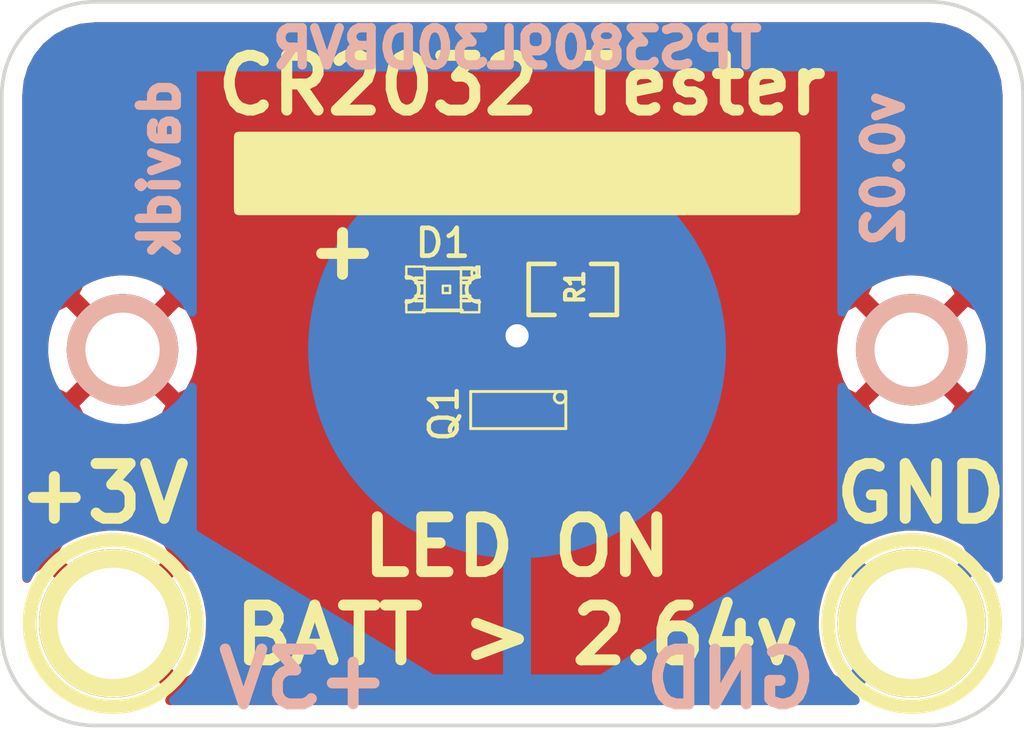
<source format=kicad_pcb>
(kicad_pcb (version 3) (host pcbnew "(2013-june-11)-stable")

  (general
    (links 8)
    (no_connects 0)
    (area 131.521999 140.157999 159.562001 160.909)
    (thickness 1.6)
    (drawings 18)
    (tracks 13)
    (zones 0)
    (modules 6)
    (nets 5)
  )

  (page A3)
  (layers
    (15 F.Cu signal)
    (0 B.Cu signal)
    (16 B.Adhes user)
    (17 F.Adhes user)
    (18 B.Paste user)
    (19 F.Paste user)
    (20 B.SilkS user)
    (21 F.SilkS user)
    (22 B.Mask user)
    (23 F.Mask user)
    (24 Dwgs.User user)
    (25 Cmts.User user)
    (26 Eco1.User user)
    (27 Eco2.User user)
    (28 Edge.Cuts user)
  )

  (setup
    (last_trace_width 0.254)
    (user_trace_width 0.762)
    (trace_clearance 0.254)
    (zone_clearance 0.508)
    (zone_45_only no)
    (trace_min 0.254)
    (segment_width 0.2)
    (edge_width 0.1)
    (via_size 0.889)
    (via_drill 0.635)
    (via_min_size 0.889)
    (via_min_drill 0.508)
    (uvia_size 0.508)
    (uvia_drill 0.127)
    (uvias_allowed no)
    (uvia_min_size 0.508)
    (uvia_min_drill 0.127)
    (pcb_text_width 0.3)
    (pcb_text_size 1.5 1.5)
    (mod_edge_width 0.15)
    (mod_text_size 1 1)
    (mod_text_width 0.15)
    (pad_size 11.43 11.43)
    (pad_drill 0)
    (pad_to_mask_clearance 0)
    (aux_axis_origin 0 0)
    (visible_elements 7FFFFFBF)
    (pcbplotparams
      (layerselection 284196865)
      (usegerberextensions true)
      (excludeedgelayer true)
      (linewidth 0.150000)
      (plotframeref false)
      (viasonmask false)
      (mode 1)
      (useauxorigin false)
      (hpglpennumber 1)
      (hpglpenspeed 20)
      (hpglpendiameter 15)
      (hpglpenoverlay 2)
      (psnegative false)
      (psa4output false)
      (plotreference true)
      (plotvalue true)
      (plotothertext true)
      (plotinvisibletext false)
      (padsonsilk false)
      (subtractmaskfromsilk false)
      (outputformat 1)
      (mirror false)
      (drillshape 0)
      (scaleselection 1)
      (outputdirectory gerbers/))
  )

  (net 0 "")
  (net 1 GND)
  (net 2 N-000001)
  (net 3 N-000003)
  (net 4 VCC)

  (net_class Default "This is the default net class."
    (clearance 0.254)
    (trace_width 0.254)
    (via_dia 0.889)
    (via_drill 0.635)
    (uvia_dia 0.508)
    (uvia_drill 0.127)
    (add_net "")
    (add_net GND)
    (add_net N-000001)
    (add_net N-000003)
    (add_net VCC)
  )

  (module SOT23 (layer F.Cu) (tedit 5373A789) (tstamp 536C7B4E)
    (at 145.669 151.384 180)
    (tags SOT23)
    (path /536C7E1D)
    (fp_text reference Q1 (at 1.99898 -0.09906 270) (layer F.SilkS)
      (effects (font (size 0.762 0.762) (thickness 0.11938)))
    )
    (fp_text value TPS3809L30 (at 0.0635 0 180) (layer F.SilkS) hide
      (effects (font (size 0.50038 0.50038) (thickness 0.09906)))
    )
    (fp_circle (center -1.17602 0.35052) (end -1.30048 0.44958) (layer F.SilkS) (width 0.07874))
    (fp_line (start 1.27 -0.508) (end 1.27 0.508) (layer F.SilkS) (width 0.07874))
    (fp_line (start -1.3335 -0.508) (end -1.3335 0.508) (layer F.SilkS) (width 0.07874))
    (fp_line (start 1.27 0.508) (end -1.3335 0.508) (layer F.SilkS) (width 0.07874))
    (fp_line (start -1.3335 -0.508) (end 1.27 -0.508) (layer F.SilkS) (width 0.07874))
    (pad 3 smd rect (at 0 -1.09982 180) (size 0.8001 1.00076)
      (layers F.Cu F.Paste F.Mask)
      (net 4 VCC)
    )
    (pad 2 smd rect (at 0.9525 1.09982 180) (size 0.8001 1.00076)
      (layers F.Cu F.Paste F.Mask)
      (net 3 N-000003)
    )
    (pad 1 smd rect (at -0.9525 1.09982 180) (size 0.8001 1.00076)
      (layers F.Cu F.Paste F.Mask)
      (net 1 GND)
    )
    (model smd\SOT23_3.wrl
      (at (xyz 0 0 0))
      (scale (xyz 0.4 0.4 0.4))
      (rotate (xyz 0 0 180))
    )
  )

  (module SM0603_Resistor (layer F.Cu) (tedit 5373A791) (tstamp 536C7B5A)
    (at 147.193 148.082)
    (path /536C7793)
    (attr smd)
    (fp_text reference R1 (at 0.0635 -0.0635 90) (layer F.SilkS)
      (effects (font (size 0.50038 0.4572) (thickness 0.1143)))
    )
    (fp_text value R (at -1.69926 0 90) (layer F.SilkS) hide
      (effects (font (size 0.508 0.4572) (thickness 0.1143)))
    )
    (fp_line (start -0.50038 -0.6985) (end -1.2065 -0.6985) (layer F.SilkS) (width 0.127))
    (fp_line (start -1.2065 -0.6985) (end -1.2065 0.6985) (layer F.SilkS) (width 0.127))
    (fp_line (start -1.2065 0.6985) (end -0.50038 0.6985) (layer F.SilkS) (width 0.127))
    (fp_line (start 1.2065 -0.6985) (end 0.50038 -0.6985) (layer F.SilkS) (width 0.127))
    (fp_line (start 1.2065 -0.6985) (end 1.2065 0.6985) (layer F.SilkS) (width 0.127))
    (fp_line (start 1.2065 0.6985) (end 0.50038 0.6985) (layer F.SilkS) (width 0.127))
    (pad 1 smd rect (at -0.762 0) (size 0.635 1.143)
      (layers F.Cu F.Paste F.Mask)
      (net 2 N-000001)
    )
    (pad 2 smd rect (at 0.762 0) (size 0.635 1.143)
      (layers F.Cu F.Paste F.Mask)
      (net 1 GND)
    )
    (model smd\resistors\R0603.wrl
      (at (xyz 0 0 0.001))
      (scale (xyz 0.5 0.5 0.5))
      (rotate (xyz 0 0 0))
    )
  )

  (module LED-0805 (layer F.Cu) (tedit 5373A79B) (tstamp 536C7B95)
    (at 143.637 148.082)
    (descr "LED 0805 smd package")
    (tags "LED 0805 SMD")
    (path /536C7784)
    (attr smd)
    (fp_text reference D1 (at 0 -1.27) (layer F.SilkS)
      (effects (font (size 0.762 0.762) (thickness 0.127)))
    )
    (fp_text value LED (at 0 1.27) (layer F.SilkS) hide
      (effects (font (size 0.762 0.762) (thickness 0.127)))
    )
    (fp_line (start 0.49784 0.29972) (end 0.49784 0.62484) (layer F.SilkS) (width 0.06604))
    (fp_line (start 0.49784 0.62484) (end 0.99822 0.62484) (layer F.SilkS) (width 0.06604))
    (fp_line (start 0.99822 0.29972) (end 0.99822 0.62484) (layer F.SilkS) (width 0.06604))
    (fp_line (start 0.49784 0.29972) (end 0.99822 0.29972) (layer F.SilkS) (width 0.06604))
    (fp_line (start 0.49784 -0.32258) (end 0.49784 -0.17272) (layer F.SilkS) (width 0.06604))
    (fp_line (start 0.49784 -0.17272) (end 0.7493 -0.17272) (layer F.SilkS) (width 0.06604))
    (fp_line (start 0.7493 -0.32258) (end 0.7493 -0.17272) (layer F.SilkS) (width 0.06604))
    (fp_line (start 0.49784 -0.32258) (end 0.7493 -0.32258) (layer F.SilkS) (width 0.06604))
    (fp_line (start 0.49784 0.17272) (end 0.49784 0.32258) (layer F.SilkS) (width 0.06604))
    (fp_line (start 0.49784 0.32258) (end 0.7493 0.32258) (layer F.SilkS) (width 0.06604))
    (fp_line (start 0.7493 0.17272) (end 0.7493 0.32258) (layer F.SilkS) (width 0.06604))
    (fp_line (start 0.49784 0.17272) (end 0.7493 0.17272) (layer F.SilkS) (width 0.06604))
    (fp_line (start 0.49784 -0.19812) (end 0.49784 0.19812) (layer F.SilkS) (width 0.06604))
    (fp_line (start 0.49784 0.19812) (end 0.6731 0.19812) (layer F.SilkS) (width 0.06604))
    (fp_line (start 0.6731 -0.19812) (end 0.6731 0.19812) (layer F.SilkS) (width 0.06604))
    (fp_line (start 0.49784 -0.19812) (end 0.6731 -0.19812) (layer F.SilkS) (width 0.06604))
    (fp_line (start -0.99822 0.29972) (end -0.99822 0.62484) (layer F.SilkS) (width 0.06604))
    (fp_line (start -0.99822 0.62484) (end -0.49784 0.62484) (layer F.SilkS) (width 0.06604))
    (fp_line (start -0.49784 0.29972) (end -0.49784 0.62484) (layer F.SilkS) (width 0.06604))
    (fp_line (start -0.99822 0.29972) (end -0.49784 0.29972) (layer F.SilkS) (width 0.06604))
    (fp_line (start -0.99822 -0.62484) (end -0.99822 -0.29972) (layer F.SilkS) (width 0.06604))
    (fp_line (start -0.99822 -0.29972) (end -0.49784 -0.29972) (layer F.SilkS) (width 0.06604))
    (fp_line (start -0.49784 -0.62484) (end -0.49784 -0.29972) (layer F.SilkS) (width 0.06604))
    (fp_line (start -0.99822 -0.62484) (end -0.49784 -0.62484) (layer F.SilkS) (width 0.06604))
    (fp_line (start -0.7493 0.17272) (end -0.7493 0.32258) (layer F.SilkS) (width 0.06604))
    (fp_line (start -0.7493 0.32258) (end -0.49784 0.32258) (layer F.SilkS) (width 0.06604))
    (fp_line (start -0.49784 0.17272) (end -0.49784 0.32258) (layer F.SilkS) (width 0.06604))
    (fp_line (start -0.7493 0.17272) (end -0.49784 0.17272) (layer F.SilkS) (width 0.06604))
    (fp_line (start -0.7493 -0.32258) (end -0.7493 -0.17272) (layer F.SilkS) (width 0.06604))
    (fp_line (start -0.7493 -0.17272) (end -0.49784 -0.17272) (layer F.SilkS) (width 0.06604))
    (fp_line (start -0.49784 -0.32258) (end -0.49784 -0.17272) (layer F.SilkS) (width 0.06604))
    (fp_line (start -0.7493 -0.32258) (end -0.49784 -0.32258) (layer F.SilkS) (width 0.06604))
    (fp_line (start -0.6731 -0.19812) (end -0.6731 0.19812) (layer F.SilkS) (width 0.06604))
    (fp_line (start -0.6731 0.19812) (end -0.49784 0.19812) (layer F.SilkS) (width 0.06604))
    (fp_line (start -0.49784 -0.19812) (end -0.49784 0.19812) (layer F.SilkS) (width 0.06604))
    (fp_line (start -0.6731 -0.19812) (end -0.49784 -0.19812) (layer F.SilkS) (width 0.06604))
    (fp_line (start 0 -0.09906) (end 0 0.09906) (layer F.SilkS) (width 0.06604))
    (fp_line (start 0 0.09906) (end 0.19812 0.09906) (layer F.SilkS) (width 0.06604))
    (fp_line (start 0.19812 -0.09906) (end 0.19812 0.09906) (layer F.SilkS) (width 0.06604))
    (fp_line (start 0 -0.09906) (end 0.19812 -0.09906) (layer F.SilkS) (width 0.06604))
    (fp_line (start 0.49784 -0.59944) (end 0.49784 -0.29972) (layer F.SilkS) (width 0.06604))
    (fp_line (start 0.49784 -0.29972) (end 0.79756 -0.29972) (layer F.SilkS) (width 0.06604))
    (fp_line (start 0.79756 -0.59944) (end 0.79756 -0.29972) (layer F.SilkS) (width 0.06604))
    (fp_line (start 0.49784 -0.59944) (end 0.79756 -0.59944) (layer F.SilkS) (width 0.06604))
    (fp_line (start 0.92456 -0.62484) (end 0.92456 -0.39878) (layer F.SilkS) (width 0.06604))
    (fp_line (start 0.92456 -0.39878) (end 0.99822 -0.39878) (layer F.SilkS) (width 0.06604))
    (fp_line (start 0.99822 -0.62484) (end 0.99822 -0.39878) (layer F.SilkS) (width 0.06604))
    (fp_line (start 0.92456 -0.62484) (end 0.99822 -0.62484) (layer F.SilkS) (width 0.06604))
    (fp_line (start 0.52324 0.57404) (end -0.52324 0.57404) (layer F.SilkS) (width 0.1016))
    (fp_line (start -0.49784 -0.57404) (end 0.92456 -0.57404) (layer F.SilkS) (width 0.1016))
    (fp_circle (center 0.84836 -0.44958) (end 0.89916 -0.50038) (layer F.SilkS) (width 0.0508))
    (fp_arc (start 0.99822 0) (end 0.99822 0.34798) (angle 180) (layer F.SilkS) (width 0.1016))
    (fp_arc (start -0.99822 0) (end -0.99822 -0.34798) (angle 180) (layer F.SilkS) (width 0.1016))
    (pad 1 smd rect (at -1.04902 0) (size 1.19888 1.19888)
      (layers F.Cu F.Paste F.Mask)
      (net 3 N-000003)
    )
    (pad 2 smd rect (at 1.04902 0) (size 1.19888 1.19888)
      (layers F.Cu F.Paste F.Mask)
      (net 2 N-000001)
    )
  )

  (module CR2032 (layer B.Cu) (tedit 53859E22) (tstamp 536C7BA2)
    (at 145.669 149.733 180)
    (path /52D73E68)
    (fp_text reference BT1 (at 0.0254 -7.747 180) (layer B.SilkS) hide
      (effects (font (size 1 1) (thickness 0.15)) (justify mirror))
    )
    (fp_text value CR2032 (at -0.0254 8.4328 180) (layer B.SilkS) hide
      (effects (font (size 1 1) (thickness 0.15)) (justify mirror))
    )
    (pad 2 smd circle (at 0 0 180) (size 11.43 11.43)
      (layers B.Cu B.Paste B.Mask)
      (net 1 GND)
    )
    (pad 1 thru_hole circle (at 10.795 0 180) (size 3.048 3.048) (drill 2.032)
      (layers *.Cu *.Mask B.SilkS)
      (net 4 VCC)
    )
    (pad 1 thru_hole circle (at -10.795 0 180) (size 3.048 3.048) (drill 2.032)
      (layers *.Cu *.Mask B.SilkS)
      (net 4 VCC)
    )
  )

  (module 1pin (layer F.Cu) (tedit 53869FD3) (tstamp 53869E87)
    (at 134.62 157.226)
    (descr "module 1 pin (ou trou mecanique de percage)")
    (tags DEV)
    (path /53869E4F)
    (fp_text reference P1 (at 0 -3.048) (layer F.SilkS) hide
      (effects (font (size 1.016 1.016) (thickness 0.254)))
    )
    (fp_text value TST (at 0 2.794) (layer F.SilkS) hide
      (effects (font (size 1.016 1.016) (thickness 0.254)))
    )
    (fp_circle (center 0 0) (end 0 -2.286) (layer F.SilkS) (width 0.381))
    (pad 1 thru_hole circle (at 0 0) (size 4.064 4.064) (drill 3.048)
      (layers *.Cu *.Mask F.SilkS)
      (net 4 VCC)
    )
  )

  (module 1pin (layer F.Cu) (tedit 53869FDA) (tstamp 53869E8D)
    (at 156.464 157.226)
    (descr "module 1 pin (ou trou mecanique de percage)")
    (tags DEV)
    (path /53869E65)
    (fp_text reference P2 (at 0 -3.048) (layer F.SilkS) hide
      (effects (font (size 1.016 1.016) (thickness 0.254)))
    )
    (fp_text value TST (at 0 2.794) (layer F.SilkS) hide
      (effects (font (size 1.016 1.016) (thickness 0.254)))
    )
    (fp_circle (center 0 0) (end 0 -2.286) (layer F.SilkS) (width 0.381))
    (pad 1 thru_hole circle (at 0 0) (size 4.064 4.064) (drill 3.048)
      (layers *.Cu *.Mask F.SilkS)
      (net 1 GND)
    )
  )

  (gr_text v0.02 (at 155.702 144.78 90) (layer B.SilkS)
    (effects (font (size 1.016 1.016) (thickness 0.254)) (justify mirror))
  )
  (gr_text TPS3809L30DBVR (at 145.669 141.478) (layer B.SilkS)
    (effects (font (size 1.016 1.016) (thickness 0.254)) (justify mirror))
  )
  (gr_text +3V (at 139.827 158.75) (layer B.SilkS)
    (effects (font (size 1.5 1.5) (thickness 0.3)) (justify mirror))
  )
  (gr_text GND (at 156.718 153.67) (layer F.SilkS)
    (effects (font (size 1.5 1.5) (thickness 0.3)))
  )
  (gr_text davidk (at 135.89 144.78 90) (layer B.SilkS)
    (effects (font (size 1.016 1.016) (thickness 0.254)) (justify mirror))
  )
  (gr_text + (at 140.8938 146.9898) (layer F.SilkS)
    (effects (font (size 1.5 1.5) (thickness 0.3)))
  )
  (gr_text GND (at 151.511 158.75) (layer B.SilkS)
    (effects (font (size 1.5 1.5) (thickness 0.3)) (justify mirror))
  )
  (gr_text +3V (at 134.366 153.67) (layer F.SilkS)
    (effects (font (size 1.5 1.5) (thickness 0.3)))
  )
  (gr_text "LED ON\nBATT > 2.64v" (at 145.669 156.337) (layer F.SilkS)
    (effects (font (size 1.5 1.5) (thickness 0.3)))
  )
  (gr_text "CR2032 Tester" (at 145.796 142.494) (layer F.SilkS)
    (effects (font (size 1.5 1.5) (thickness 0.3)))
  )
  (gr_line (start 156.972 140.208) (end 134.112 140.208) (angle 90) (layer Edge.Cuts) (width 0.1))
  (gr_line (start 159.512 142.748) (end 159.512 157.48) (angle 90) (layer Edge.Cuts) (width 0.1))
  (gr_arc (start 156.972 142.748) (end 156.972 140.208) (angle 90) (layer Edge.Cuts) (width 0.1))
  (gr_line (start 131.572 157.48) (end 131.572 142.748) (angle 90) (layer Edge.Cuts) (width 0.1))
  (gr_line (start 156.972 160.02) (end 134.112 160.02) (angle 90) (layer Edge.Cuts) (width 0.1))
  (gr_arc (start 156.972 157.48) (end 159.512 157.48) (angle 90) (layer Edge.Cuts) (width 0.1))
  (gr_arc (start 134.112 157.48) (end 134.112 160.02) (angle 90) (layer Edge.Cuts) (width 0.1))
  (gr_arc (start 134.112 142.748) (end 131.572 142.748) (angle 90) (layer Edge.Cuts) (width 0.1))

  (segment (start 145.669 149.479) (end 145.669 158.75) (width 0.762) (layer B.Cu) (net 1))
  (segment (start 145.669 149.352) (end 145.669 149.987) (width 0.254) (layer F.Cu) (net 1))
  (via (at 145.669 149.352) (size 0.889) (layers F.Cu B.Cu) (net 1))
  (segment (start 145.96618 150.28418) (end 146.6215 150.28418) (width 0.254) (layer F.Cu) (net 1) (tstamp 536C8573))
  (segment (start 145.669 149.987) (end 145.96618 150.28418) (width 0.254) (layer F.Cu) (net 1) (tstamp 536C856C))
  (segment (start 146.6215 150.28418) (end 146.60118 150.28418) (width 0.254) (layer F.Cu) (net 1))
  (segment (start 146.6215 150.28418) (end 147.40382 150.28418) (width 0.254) (layer F.Cu) (net 1))
  (segment (start 147.955 149.733) (end 147.955 148.082) (width 0.254) (layer F.Cu) (net 1) (tstamp 536C844D))
  (segment (start 147.40382 150.28418) (end 147.955 149.733) (width 0.254) (layer F.Cu) (net 1) (tstamp 536C8449))
  (segment (start 144.68602 148.082) (end 146.431 148.082) (width 0.254) (layer F.Cu) (net 2))
  (segment (start 142.58798 148.082) (end 142.58798 149.69998) (width 0.254) (layer F.Cu) (net 3))
  (segment (start 143.17218 150.28418) (end 144.7165 150.28418) (width 0.254) (layer F.Cu) (net 3) (tstamp 536C8446))
  (segment (start 142.58798 149.69998) (end 143.17218 150.28418) (width 0.254) (layer F.Cu) (net 3) (tstamp 536C8445))

  (zone (net 0) (net_name "") (layer B.Mask) (tstamp 536C8A92) (hatch edge 0.508)
    (connect_pads (clearance 0.508))
    (min_thickness 0.254)
    (fill (arc_segments 16) (thermal_gap 0.508) (thermal_bridge_width 0.508))
    (polygon
      (pts
        (xy 154.432 154.432) (xy 147.955 158.623) (xy 143.383 158.623) (xy 136.906 154.686) (xy 136.906 142.113)
        (xy 154.432 142.113)
      )
    )
    (filled_polygon
      (pts
        (xy 154.305 154.362909) (xy 147.917495 158.496) (xy 143.41857 158.496) (xy 137.033 154.614575) (xy 137.033 142.24)
        (xy 154.305 142.24) (xy 154.305 154.362909)
      )
    )
  )
  (zone (net 4) (net_name VCC) (layer F.Cu) (tstamp 536CABB3) (hatch edge 0.508)
    (connect_pads (clearance 0.508))
    (min_thickness 0.254)
    (fill (arc_segments 32) (thermal_gap 0.508) (thermal_bridge_width 0.508))
    (polygon
      (pts
        (xy 159.512 160.02) (xy 131.572 160.02) (xy 131.572 140.208) (xy 159.512 140.208)
      )
    )
    (filled_polygon
      (pts
        (xy 158.827 155.963022) (xy 158.633143 155.671243) (xy 158.633143 149.696803) (xy 158.584802 149.27617) (xy 158.455679 148.872938)
        (xy 158.290757 148.562764) (xy 157.97274 148.403865) (xy 157.793135 148.58347) (xy 157.793135 148.22426) (xy 157.634236 147.906243)
        (xy 157.257131 147.713734) (xy 156.849814 147.598137) (xy 156.427803 147.563857) (xy 156.00717 147.612198) (xy 155.603938 147.741321)
        (xy 155.293764 147.906243) (xy 155.134865 148.22426) (xy 156.464 149.553395) (xy 157.793135 148.22426) (xy 157.793135 148.58347)
        (xy 156.643605 149.733) (xy 157.97274 151.062135) (xy 158.290757 150.903236) (xy 158.483266 150.526131) (xy 158.598863 150.118814)
        (xy 158.633143 149.696803) (xy 158.633143 155.671243) (xy 158.540777 155.532222) (xy 158.172235 155.161098) (xy 157.793135 154.905392)
        (xy 157.793135 151.24174) (xy 156.464 149.912605) (xy 156.284395 150.09221) (xy 156.284395 149.733) (xy 154.95526 148.403865)
        (xy 154.637243 148.562764) (xy 154.444734 148.939869) (xy 154.329137 149.347186) (xy 154.294857 149.769197) (xy 154.343198 150.18983)
        (xy 154.472321 150.593062) (xy 154.637243 150.903236) (xy 154.95526 151.062135) (xy 156.284395 149.733) (xy 156.284395 150.09221)
        (xy 155.134865 151.24174) (xy 155.293764 151.559757) (xy 155.670869 151.752266) (xy 156.078186 151.867863) (xy 156.500197 151.902143)
        (xy 156.92083 151.853802) (xy 157.324062 151.724679) (xy 157.634236 151.559757) (xy 157.793135 151.24174) (xy 157.793135 154.905392)
        (xy 157.738627 154.868626) (xy 157.256469 154.665946) (xy 156.744126 154.560777) (xy 156.221113 154.557125) (xy 155.707352 154.655131)
        (xy 155.222411 154.851059) (xy 154.784762 155.137449) (xy 154.411074 155.503391) (xy 154.115582 155.934946) (xy 153.909541 156.415678)
        (xy 153.800797 156.927274) (xy 153.793495 157.450249) (xy 153.887911 157.964682) (xy 154.08045 158.450979) (xy 154.363777 158.890616)
        (xy 154.727101 159.26685) (xy 154.825156 159.335) (xy 148.907946 159.335) (xy 148.907946 148.59567) (xy 148.907527 147.448235)
        (xy 148.883339 147.326077) (xy 148.835884 147.210943) (xy 148.766971 147.10722) (xy 148.679223 147.018857) (xy 148.575983 146.949221)
        (xy 148.461183 146.900963) (xy 148.339197 146.875923) (xy 148.21467 146.875054) (xy 147.575235 146.875473) (xy 147.453077 146.899661)
        (xy 147.337943 146.947116) (xy 147.23422 147.016029) (xy 147.193031 147.05693) (xy 147.155223 147.018857) (xy 147.051983 146.949221)
        (xy 146.937183 146.900963) (xy 146.815197 146.875923) (xy 146.69067 146.875054) (xy 146.051235 146.875473) (xy 145.929077 146.899661)
        (xy 145.813943 146.947116) (xy 145.714377 147.013266) (xy 145.692183 146.990917) (xy 145.588943 146.921281) (xy 145.474143 146.873023)
        (xy 145.352157 146.847983) (xy 145.22763 146.847114) (xy 144.024315 146.847533) (xy 143.902157 146.871721) (xy 143.787023 146.919176)
        (xy 143.6833 146.988089) (xy 143.636996 147.03407) (xy 143.594143 146.990917) (xy 143.490903 146.921281) (xy 143.376103 146.873023)
        (xy 143.254117 146.847983) (xy 143.12959 146.847114) (xy 141.926275 146.847533) (xy 141.804117 146.871721) (xy 141.688983 146.919176)
        (xy 141.58526 146.988089) (xy 141.496897 147.075837) (xy 141.427261 147.179077) (xy 141.379003 147.293877) (xy 141.353963 147.415863)
        (xy 141.353094 147.54039) (xy 141.353513 148.743705) (xy 141.377701 148.865863) (xy 141.425156 148.980997) (xy 141.494069 149.08472)
        (xy 141.581817 149.173083) (xy 141.685057 149.242719) (xy 141.799857 149.290977) (xy 141.82598 149.296339) (xy 141.82598 149.69998)
        (xy 141.832854 149.770093) (xy 141.838984 149.84015) (xy 141.8401 149.843992) (xy 141.840492 149.847987) (xy 141.860857 149.915439)
        (xy 141.880474 149.982962) (xy 141.882317 149.986517) (xy 141.883476 149.990356) (xy 141.916536 150.052533) (xy 141.948913 150.114994)
        (xy 141.951411 150.118124) (xy 141.953294 150.121664) (xy 141.99778 150.17621) (xy 142.041694 150.23122) (xy 142.047192 150.236794)
        (xy 142.047287 150.236911) (xy 142.047394 150.237) (xy 142.049165 150.238795) (xy 142.633364 150.822995) (xy 142.687777 150.86769)
        (xy 142.741675 150.912916) (xy 142.745186 150.914846) (xy 142.748283 150.91739) (xy 142.810309 150.950648) (xy 142.871996 150.984561)
        (xy 142.875816 150.985772) (xy 142.879347 150.987666) (xy 142.946656 151.008244) (xy 143.013751 151.029528) (xy 143.017732 151.029974)
        (xy 143.021564 151.031146) (xy 143.091562 151.038256) (xy 143.161541 151.046106) (xy 143.169376 151.04616) (xy 143.169519 151.046175)
        (xy 143.169652 151.046162) (xy 143.17218 151.04618) (xy 143.737429 151.04618) (xy 143.753066 151.084117) (xy 143.821979 151.18784)
        (xy 143.909727 151.276203) (xy 144.012967 151.345839) (xy 144.127767 151.394097) (xy 144.249753 151.419137) (xy 144.37428 151.420006)
        (xy 144.970267 151.419695) (xy 144.969393 151.420056) (xy 144.86567 151.488969) (xy 144.777307 151.576717) (xy 144.707671 151.679957)
        (xy 144.659413 151.794757) (xy 144.634373 151.916743) (xy 144.633504 152.04127) (xy 144.63395 152.19807) (xy 144.7927 152.35682)
        (xy 145.542 152.35682) (xy 145.542 151.50719) (xy 145.392488 151.357678) (xy 145.416107 151.347944) (xy 145.51983 151.279031)
        (xy 145.608193 151.191283) (xy 145.669186 151.100855) (xy 145.726979 151.18784) (xy 145.814727 151.276203) (xy 145.917967 151.345839)
        (xy 145.945695 151.357494) (xy 145.796 151.50719) (xy 145.796 152.35682) (xy 146.5453 152.35682) (xy 146.70405 152.19807)
        (xy 146.704496 152.04127) (xy 146.703627 151.916743) (xy 146.678587 151.794757) (xy 146.630329 151.679957) (xy 146.560693 151.576717)
        (xy 146.47233 151.488969) (xy 146.368607 151.420056) (xy 146.368373 151.419959) (xy 147.083815 151.419587) (xy 147.205973 151.395399)
        (xy 147.321107 151.347944) (xy 147.42483 151.279031) (xy 147.513193 151.191283) (xy 147.582829 151.088043) (xy 147.614478 151.012752)
        (xy 147.619279 151.011302) (xy 147.686802 150.991686) (xy 147.690357 150.989842) (xy 147.694196 150.988684) (xy 147.756373 150.955623)
        (xy 147.818834 150.923247) (xy 147.821964 150.920748) (xy 147.825504 150.918866) (xy 147.88005 150.874379) (xy 147.93506 150.830466)
        (xy 147.940634 150.824967) (xy 147.940751 150.824873) (xy 147.94084 150.824765) (xy 147.942635 150.822995) (xy 148.493815 150.271816)
        (xy 148.53851 150.217402) (xy 148.583736 150.163505) (xy 148.585666 150.159993) (xy 148.58821 150.156897) (xy 148.621468 150.09487)
        (xy 148.655381 150.033184) (xy 148.656592 150.029363) (xy 148.658486 150.025833) (xy 148.67906 149.958535) (xy 148.700348 149.891429)
        (xy 148.700794 149.887445) (xy 148.701966 149.883615) (xy 148.709075 149.813627) (xy 148.716926 149.743639) (xy 148.71698 149.735802)
        (xy 148.716995 149.73566) (xy 148.716982 149.735526) (xy 148.717 149.733) (xy 148.717 149.107037) (xy 148.764143 149.060223)
        (xy 148.833779 148.956983) (xy 148.882037 148.842183) (xy 148.907077 148.720197) (xy 148.907946 148.59567) (xy 148.907946 159.335)
        (xy 146.704496 159.335) (xy 146.704496 152.92637) (xy 146.70405 152.76957) (xy 146.5453 152.61082) (xy 145.796 152.61082)
        (xy 145.796 153.46045) (xy 145.95475 153.6192) (xy 146.131315 153.619227) (xy 146.253473 153.595039) (xy 146.368607 153.547584)
        (xy 146.47233 153.478671) (xy 146.560693 153.390923) (xy 146.630329 153.287683) (xy 146.678587 153.172883) (xy 146.703627 153.050897)
        (xy 146.704496 152.92637) (xy 146.704496 159.335) (xy 145.542 159.335) (xy 145.542 153.46045) (xy 145.542 152.61082)
        (xy 144.7927 152.61082) (xy 144.63395 152.76957) (xy 144.633504 152.92637) (xy 144.634373 153.050897) (xy 144.659413 153.172883)
        (xy 144.707671 153.287683) (xy 144.777307 153.390923) (xy 144.86567 153.478671) (xy 144.969393 153.547584) (xy 145.084527 153.595039)
        (xy 145.206685 153.619227) (xy 145.38325 153.6192) (xy 145.542 153.46045) (xy 145.542 159.335) (xy 137.299863 159.335)
        (xy 137.299863 157.211208) (xy 137.245952 156.690968) (xy 137.09202 156.191108) (xy 137.043143 156.099183) (xy 137.043143 149.696803)
        (xy 136.994802 149.27617) (xy 136.865679 148.872938) (xy 136.700757 148.562764) (xy 136.38274 148.403865) (xy 136.203135 148.58347)
        (xy 136.203135 148.22426) (xy 136.044236 147.906243) (xy 135.667131 147.713734) (xy 135.259814 147.598137) (xy 134.837803 147.563857)
        (xy 134.41717 147.612198) (xy 134.013938 147.741321) (xy 133.703764 147.906243) (xy 133.544865 148.22426) (xy 134.874 149.553395)
        (xy 136.203135 148.22426) (xy 136.203135 148.58347) (xy 135.053605 149.733) (xy 136.38274 151.062135) (xy 136.700757 150.903236)
        (xy 136.893266 150.526131) (xy 137.008863 150.118814) (xy 137.043143 149.696803) (xy 137.043143 156.099183) (xy 136.860301 155.755307)
        (xy 136.490264 155.535341) (xy 136.310659 155.714946) (xy 136.310659 155.355736) (xy 136.203135 155.174854) (xy 136.203135 151.24174)
        (xy 134.874 149.912605) (xy 134.694395 150.09221) (xy 134.694395 149.733) (xy 133.36526 148.403865) (xy 133.047243 148.562764)
        (xy 132.854734 148.939869) (xy 132.739137 149.347186) (xy 132.704857 149.769197) (xy 132.753198 150.18983) (xy 132.882321 150.593062)
        (xy 133.047243 150.903236) (xy 133.36526 151.062135) (xy 134.694395 149.733) (xy 134.694395 150.09221) (xy 133.544865 151.24174)
        (xy 133.703764 151.559757) (xy 134.080869 151.752266) (xy 134.488186 151.867863) (xy 134.910197 151.902143) (xy 135.33083 151.853802)
        (xy 135.734062 151.724679) (xy 136.044236 151.559757) (xy 136.203135 151.24174) (xy 136.203135 155.174854) (xy 136.090693 154.985699)
        (xy 135.627541 154.742706) (xy 135.126011 154.594301) (xy 134.605208 154.546137) (xy 134.084968 154.600048) (xy 133.585108 154.75398)
        (xy 133.149307 154.985699) (xy 132.929341 155.355736) (xy 134.62 157.046395) (xy 136.310659 155.355736) (xy 136.310659 155.714946)
        (xy 134.799605 157.226) (xy 136.490264 158.916659) (xy 136.860301 158.696693) (xy 137.103294 158.233541) (xy 137.251699 157.732011)
        (xy 137.299863 157.211208) (xy 137.299863 159.335) (xy 136.168743 159.335) (xy 136.310659 159.096264) (xy 134.62 157.405605)
        (xy 134.605857 157.419747) (xy 134.426252 157.240142) (xy 134.440395 157.226) (xy 132.749736 155.535341) (xy 132.379699 155.755307)
        (xy 132.257 155.989175) (xy 132.257 142.781504) (xy 132.29555 142.388333) (xy 132.400004 142.042364) (xy 132.569666 141.723276)
        (xy 132.798078 141.443216) (xy 133.07653 141.21286) (xy 133.394431 141.040972) (xy 133.739664 140.934105) (xy 134.13076 140.893)
        (xy 156.938495 140.893) (xy 157.331666 140.93155) (xy 157.677635 141.036004) (xy 157.996723 141.205666) (xy 158.276783 141.434078)
        (xy 158.507139 141.71253) (xy 158.679027 142.030431) (xy 158.785894 142.375664) (xy 158.827 142.76676) (xy 158.827 155.963022)
      )
    )
  )
  (zone (net 0) (net_name "") (layer F.SilkS) (tstamp 536D09D7) (hatch edge 0.508)
    (connect_pads (clearance 0.508))
    (min_thickness 0.254)
    (fill (arc_segments 16) (thermal_gap 0.508) (thermal_bridge_width 0.508))
    (polygon
      (pts
        (xy 153.416 146.05) (xy 137.922 146.05) (xy 137.922 143.764) (xy 153.416 143.764)
      )
    )
    (filled_polygon
      (pts
        (xy 153.289 145.923) (xy 138.049 145.923) (xy 138.049 143.891) (xy 153.289 143.891) (xy 153.289 145.923)
      )
    )
  )
  (zone (net 0) (net_name "") (layer B.Cu) (tstamp 536D0A01) (hatch edge 0.508)
    (connect_pads (clearance 0.508))
    (min_thickness 0.254)
    (keepout (tracks allowed) (vias allowed) (copperpour not_allowed))
    (fill (arc_segments 16) (thermal_gap 0.508) (thermal_bridge_width 0.508))
    (polygon
      (pts
        (xy 154.432 154.432) (xy 147.955 158.623) (xy 143.383 158.623) (xy 136.906 154.686) (xy 136.906 142.113)
        (xy 154.432 142.113)
      )
    )
  )
  (zone (net 1) (net_name GND) (layer B.Cu) (tstamp 536CABC3) (hatch edge 0.508)
    (connect_pads (clearance 0.508))
    (min_thickness 0.254)
    (fill (arc_segments 32) (thermal_gap 0.508) (thermal_bridge_width 0.508))
    (polygon
      (pts
        (xy 159.512 160.02) (xy 131.572 160.02) (xy 131.572 140.208) (xy 159.512 140.208)
      )
    )
    (filled_polygon
      (pts
        (xy 158.827 155.98607) (xy 158.704301 155.755307) (xy 158.623092 155.707032) (xy 158.623092 149.521299) (xy 158.540853 149.105961)
        (xy 158.379507 148.714507) (xy 158.1452 148.361847) (xy 157.846857 148.061413) (xy 157.495841 147.82465) (xy 157.105523 147.660575)
        (xy 156.690769 147.575438) (xy 156.267378 147.572483) (xy 155.851475 147.65182) (xy 155.458904 147.810429) (xy 155.104617 148.042268)
        (xy 154.802108 148.338507) (xy 154.5629 148.687861) (xy 154.559 148.69696) (xy 154.559 141.986) (xy 136.779 141.986)
        (xy 136.779 148.698692) (xy 136.5552 148.361847) (xy 136.256857 148.061413) (xy 135.905841 147.82465) (xy 135.515523 147.660575)
        (xy 135.100769 147.575438) (xy 134.677378 147.572483) (xy 134.261475 147.65182) (xy 133.868904 147.810429) (xy 133.514617 148.042268)
        (xy 133.212108 148.338507) (xy 132.9729 148.687861) (xy 132.806104 149.077025) (xy 132.718074 149.491174) (xy 132.712163 149.914535)
        (xy 132.788595 150.33098) (xy 132.944459 150.724649) (xy 133.173819 151.080547) (xy 133.467939 151.385116) (xy 133.815615 151.626757)
        (xy 134.203604 151.796266) (xy 134.617129 151.887185) (xy 135.040438 151.896052) (xy 135.457407 151.822529) (xy 135.852154 151.669417)
        (xy 136.209644 151.442547) (xy 136.51626 151.150561) (xy 136.760322 150.80458) (xy 136.779 150.762628) (xy 136.779 154.757425)
        (xy 143.34743 158.75) (xy 147.992505 158.75) (xy 154.559 154.501091) (xy 154.559 150.762729) (xy 154.763819 151.080547)
        (xy 155.057939 151.385116) (xy 155.405615 151.626757) (xy 155.793604 151.796266) (xy 156.207129 151.887185) (xy 156.630438 151.896052)
        (xy 157.047407 151.822529) (xy 157.442154 151.669417) (xy 157.799644 151.442547) (xy 158.10626 151.150561) (xy 158.350322 150.80458)
        (xy 158.522535 150.417784) (xy 158.616339 150.004904) (xy 158.623092 149.521299) (xy 158.623092 155.707032) (xy 158.334264 155.535341)
        (xy 158.154659 155.714946) (xy 158.154659 155.355736) (xy 157.934693 154.985699) (xy 157.471541 154.742706) (xy 156.970011 154.594301)
        (xy 156.449208 154.546137) (xy 155.928968 154.600048) (xy 155.429108 154.75398) (xy 154.993307 154.985699) (xy 154.773341 155.355736)
        (xy 156.464 157.046395) (xy 158.154659 155.355736) (xy 158.154659 155.714946) (xy 156.643605 157.226) (xy 156.657747 157.240142)
        (xy 156.478142 157.419747) (xy 156.464 157.405605) (xy 156.284395 157.58521) (xy 156.284395 157.226) (xy 154.593736 155.535341)
        (xy 154.223699 155.755307) (xy 153.980706 156.218459) (xy 153.832301 156.719989) (xy 153.784137 157.240792) (xy 153.838048 157.761032)
        (xy 153.99198 158.260892) (xy 154.223699 158.696693) (xy 154.593736 158.916659) (xy 156.284395 157.226) (xy 156.284395 157.58521)
        (xy 154.773341 159.096264) (xy 154.915256 159.335) (xy 136.272846 159.335) (xy 136.648674 158.977104) (xy 136.950163 158.549717)
        (xy 137.162897 158.071909) (xy 137.278772 157.561881) (xy 137.287114 156.964487) (xy 137.185524 156.451423) (xy 136.986215 155.967861)
        (xy 136.696777 155.532222) (xy 136.328235 155.161098) (xy 135.894627 154.868626) (xy 135.412469 154.665946) (xy 134.900126 154.560777)
        (xy 134.377113 154.557125) (xy 133.863352 154.655131) (xy 133.378411 154.851059) (xy 132.940762 155.137449) (xy 132.567074 155.503391)
        (xy 132.271582 155.934946) (xy 132.257 155.968968) (xy 132.257 142.781504) (xy 132.29555 142.388333) (xy 132.400004 142.042364)
        (xy 132.569666 141.723276) (xy 132.798078 141.443216) (xy 133.07653 141.21286) (xy 133.394431 141.040972) (xy 133.739664 140.934105)
        (xy 134.13076 140.893) (xy 156.938495 140.893) (xy 157.331666 140.93155) (xy 157.677635 141.036004) (xy 157.996723 141.205666)
        (xy 158.276783 141.434078) (xy 158.507139 141.71253) (xy 158.679027 142.030431) (xy 158.785894 142.375664) (xy 158.827 142.76676)
        (xy 158.827 155.98607)
      )
    )
  )
)

</source>
